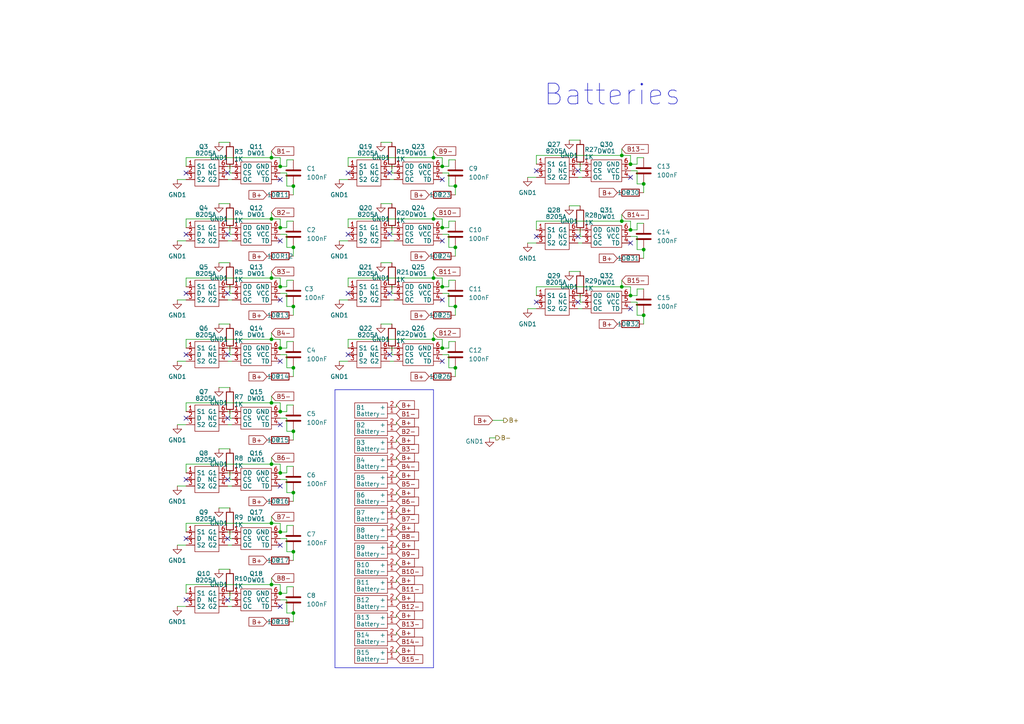
<source format=kicad_sch>
(kicad_sch (version 20230121) (generator eeschema)
  (paper "A4")
  (lib_symbols
    (symbol "Device:C" (pin_numbers hide) (pin_names (offset 0.254))
      (property "Reference" "C" (at 0.635 2.54 0))
      (property "Value" "C" (at 0.635 -2.54 0))
      (symbol "C_1_1"
        (pin passive line (at 0 3.81 270) (length 2.794) (name "~") (number "1"))
        (pin passive line (at 0 -3.81 90) (length 2.794) (name "~") (number "2"))
      )
    )
    (symbol "Device:R" (pin_numbers hide) (pin_names (offset 0))
      (property "Reference" "R" (at 2.032 0 90))
      (property "Value" "R" (at 0 0 90))
      (symbol "R_1_1"
        (pin passive line (at 0 3.81 270) (length 1.27) (name "~") (number "1"))
        (pin passive line (at 0 -3.81 90) (length 1.27) (name "~") (number "2"))
      )
    )
    (symbol "Library:8205A"
      (property "Reference" "Q" (at 3.175 2.54 0))
      (property "Value" "8205A" (at 3.175 0.635 0))
      (symbol "8205A_1_1"
        (pin bidirectional line (at -2.54 -1.905 0) (length 2.54) (name "S1") (number "1"))
        (pin bidirectional line (at -2.54 -3.81 0) (length 2.54) (name "D") (number "2"))
        (pin bidirectional line (at -2.54 -5.715 0) (length 2.54) (name "S2") (number "3"))
        (pin bidirectional line (at 9.525 -5.715 180) (length 2.54) (name "G2") (number "4"))
        (pin bidirectional line (at 9.525 -3.81 180) (length 2.54) (name "NC") (number "5"))
        (pin bidirectional line (at 9.525 -1.905 180) (length 2.54) (name "G1") (number "6"))
      )
    )
    (symbol "Library:Battery"
      (property "Reference" "U" (at -4.445 -0.635 0))
      (property "Value" "Battery" (at -1.905 -2.54 0))
      (symbol "Battery_1_1"
        (pin power_out line (at 6.35 -2.54 180) (length 2.54) (name "-") (number "1"))
        (pin power_out line (at 6.35 -0.635 180) (length 2.54) (name "+") (number "2"))
      )
    )
    (symbol "Library:DW01"
      (property "Reference" "Q" (at 3.175 3.175 0))
      (property "Value" "DW01" (at 3.175 1.27 0))
      (symbol "DW01_1_1"
        (pin power_out line (at -3.81 -1.27 0) (length 2.54) (name "OD") (number "1"))
        (pin power_out line (at -3.81 -3.175 0) (length 2.54) (name "CS") (number "2"))
        (pin power_out line (at -3.81 -5.08 0) (length 2.54) (name "OC") (number "3"))
        (pin power_out line (at 10.16 -5.08 180) (length 2.54) (name "TD") (number "4"))
        (pin power_out line (at 10.16 -3.175 180) (length 2.54) (name "VCC") (number "5"))
        (pin power_out line (at 10.16 -1.27 180) (length 2.54) (name "GND") (number "6"))
      )
    )
    (symbol "power:GND1" (power) (pin_names (offset 0))
      (property "Value" "GND1" (at 0 -3.81 0))
      (symbol "GND1_1_1"
        (pin power_in line (at 0 0 270) (length 0) hide (name "GND1") (number "1"))
      )
    )
  )
  (junction (at 182.88 47.625))
  (junction (at 180.34 64.135))
  (junction (at 78.74 134.62))
  (junction (at 132.08 88.9))
  (junction (at 125.73 80.645))
  (junction (at 85.09 125.095))
  (junction (at 186.69 91.44))
  (junction (at 128.27 83.185))
  (junction (at 85.09 177.8))
  (junction (at 132.08 71.755))
  (junction (at 128.27 48.26))
  (junction (at 132.08 106.68))
  (junction (at 128.27 100.965))
  (junction (at 128.27 66.04))
  (junction (at 78.74 98.425))
  (junction (at 132.08 53.975))
  (junction (at 180.34 45.085))
  (junction (at 81.28 119.38))
  (junction (at 81.28 48.26))
  (junction (at 78.74 63.5))
  (junction (at 78.74 45.72))
  (junction (at 180.34 83.185))
  (junction (at 78.74 80.645))
  (junction (at 81.28 154.305))
  (junction (at 125.73 45.72))
  (junction (at 85.09 53.975))
  (junction (at 85.09 71.755))
  (junction (at 186.69 72.39))
  (junction (at 85.09 142.875))
  (junction (at 78.74 151.765))
  (junction (at 85.09 106.68))
  (junction (at 182.88 66.675))
  (junction (at 81.28 137.16))
  (junction (at 186.69 53.34))
  (junction (at 182.88 85.725))
  (junction (at 125.73 98.425))
  (junction (at 78.74 169.545))
  (junction (at 81.28 83.185))
  (junction (at 81.28 100.965))
  (junction (at 85.09 88.9))
  (junction (at 81.28 172.085))
  (junction (at 125.73 63.5))
  (junction (at 78.74 116.84))
  (junction (at 81.28 66.04))
  (junction (at 85.09 160.02))
  (no_connect (at 53.975 173.99))
  (no_connect (at 53.975 85.09))
  (no_connect (at 100.965 102.87))
  (no_connect (at 182.88 70.485))
  (no_connect (at 155.575 49.53))
  (no_connect (at 128.27 52.07))
  (no_connect (at 113.03 85.09))
  (no_connect (at 53.975 50.165))
  (no_connect (at 81.28 140.97))
  (no_connect (at 66.04 50.165))
  (no_connect (at 113.03 67.945))
  (no_connect (at 81.28 52.07))
  (no_connect (at 81.28 104.775))
  (no_connect (at 113.03 50.165))
  (no_connect (at 53.975 139.065))
  (no_connect (at 81.28 69.85))
  (no_connect (at 128.27 104.775))
  (no_connect (at 100.965 85.09))
  (no_connect (at 113.03 102.87))
  (no_connect (at 66.04 173.99))
  (no_connect (at 53.975 156.21))
  (no_connect (at 81.28 123.19))
  (no_connect (at 66.04 121.285))
  (no_connect (at 167.64 68.58))
  (no_connect (at 182.88 51.435))
  (no_connect (at 66.04 85.09))
  (no_connect (at 182.88 89.535))
  (no_connect (at 100.965 50.165))
  (no_connect (at 81.28 175.895))
  (no_connect (at 53.975 121.285))
  (no_connect (at 167.64 49.53))
  (no_connect (at 53.975 102.87))
  (no_connect (at 128.27 86.995))
  (no_connect (at 53.975 67.945))
  (no_connect (at 66.04 67.945))
  (no_connect (at 155.575 68.58))
  (no_connect (at 81.28 158.115))
  (no_connect (at 155.575 87.63))
  (no_connect (at 66.04 156.21))
  (no_connect (at 66.04 102.87))
  (no_connect (at 66.04 139.065))
  (no_connect (at 81.28 86.995))
  (no_connect (at 128.27 69.85))
  (no_connect (at 167.64 87.63))
  (no_connect (at 100.965 67.945))
  (wire (pts (xy 81.28 137.16) (xy 81.28 134.62)))
  (wire (pts (xy 83.185 125.095) (xy 85.09 125.095)))
  (wire (pts (xy 110.49 93.98) (xy 113.665 93.98)))
  (wire (pts (xy 81.28 121.285) (xy 83.185 121.285)))
  (wire (pts (xy 83.185 46.355) (xy 85.09 46.355)))
  (wire (pts (xy 81.28 134.62) (xy 78.74 134.62)))
  (wire (pts (xy 83.185 48.26) (xy 83.185 46.355)))
  (wire (pts (xy 51.435 69.85) (xy 53.975 69.85)))
  (wire (pts (xy 182.88 66.675) (xy 184.785 66.675)))
  (wire (pts (xy 155.575 83.185) (xy 155.575 85.725)))
  (wire (pts (xy 125.73 45.72) (xy 100.965 45.72)))
  (wire (pts (xy 125.73 98.425) (xy 100.965 98.425)))
  (wire (pts (xy 128.27 83.185) (xy 130.175 83.185)))
  (wire (pts (xy 83.185 117.475) (xy 85.09 117.475)))
  (wire (pts (xy 66.675 156.21) (xy 66.675 154.94)))
  (wire (pts (xy 66.04 172.085) (xy 67.31 172.085)))
  (wire (pts (xy 83.185 85.09) (xy 83.185 88.9)))
  (wire (pts (xy 66.675 50.165) (xy 66.675 48.895)))
  (wire (pts (xy 83.185 135.255) (xy 85.09 135.255)))
  (wire (pts (xy 83.185 53.975) (xy 85.09 53.975)))
  (wire (pts (xy 182.88 85.725) (xy 184.785 85.725)))
  (wire (pts (xy 128.27 80.645) (xy 125.73 80.645)))
  (wire (pts (xy 182.88 85.725) (xy 182.88 83.185)))
  (wire (pts (xy 53.975 151.765) (xy 53.975 154.305)))
  (wire (pts (xy 128.27 85.09) (xy 130.175 85.09)))
  (wire (pts (xy 83.185 100.965) (xy 83.185 99.06)))
  (wire (pts (xy 184.785 49.53) (xy 184.785 53.34)))
  (wire (pts (xy 167.64 85.725) (xy 168.91 85.725)))
  (wire (pts (xy 184.785 83.82) (xy 186.69 83.82)))
  (wire (pts (xy 53.975 134.62) (xy 53.975 137.16)))
  (wire (pts (xy 67.31 156.21) (xy 66.675 156.21)))
  (wire (pts (xy 81.28 45.72) (xy 78.74 45.72)))
  (wire (pts (xy 67.31 67.945) (xy 66.675 67.945)))
  (wire (pts (xy 114.935 137.795) (xy 114.935 138.43)))
  (wire (pts (xy 78.74 114.935) (xy 78.74 116.84)))
  (wire (pts (xy 113.665 102.87) (xy 113.665 101.6)))
  (wire (pts (xy 85.09 177.8) (xy 85.09 180.34)))
  (wire (pts (xy 186.69 53.34) (xy 186.69 55.88)))
  (wire (pts (xy 81.28 154.305) (xy 81.28 151.765)))
  (wire (pts (xy 78.74 78.74) (xy 78.74 80.645)))
  (wire (pts (xy 114.935 173.355) (xy 114.935 173.99)))
  (wire (pts (xy 180.34 83.185) (xy 155.575 83.185)))
  (wire (pts (xy 63.5 93.98) (xy 66.675 93.98)))
  (wire (pts (xy 78.74 134.62) (xy 53.975 134.62)))
  (wire (pts (xy 128.27 48.26) (xy 130.175 48.26)))
  (wire (pts (xy 66.04 66.04) (xy 67.31 66.04)))
  (wire (pts (xy 78.74 80.645) (xy 53.975 80.645)))
  (wire (pts (xy 184.785 53.34) (xy 186.69 53.34)))
  (wire (pts (xy 153.035 70.485) (xy 155.575 70.485)))
  (wire (pts (xy 51.435 86.995) (xy 53.975 86.995)))
  (wire (pts (xy 63.5 165.1) (xy 66.675 165.1)))
  (wire (pts (xy 83.185 173.99) (xy 83.185 177.8)))
  (wire (pts (xy 81.28 139.065) (xy 83.185 139.065)))
  (wire (pts (xy 167.64 70.485) (xy 168.91 70.485)))
  (wire (pts (xy 130.175 48.26) (xy 130.175 46.355)))
  (wire (pts (xy 168.91 49.53) (xy 168.275 49.53)))
  (wire (pts (xy 81.28 119.38) (xy 81.28 116.84)))
  (wire (pts (xy 66.04 119.38) (xy 67.31 119.38)))
  (wire (pts (xy 128.27 45.72) (xy 125.73 45.72)))
  (wire (pts (xy 167.64 66.675) (xy 168.91 66.675)))
  (wire (pts (xy 85.09 88.9) (xy 85.09 91.44)))
  (wire (pts (xy 78.74 43.815) (xy 78.74 45.72)))
  (wire (pts (xy 78.74 151.765) (xy 53.975 151.765)))
  (wire (pts (xy 85.09 106.68) (xy 85.09 109.22)))
  (wire (pts (xy 67.31 173.99) (xy 66.675 173.99)))
  (wire (pts (xy 81.28 48.26) (xy 81.28 45.72)))
  (wire (pts (xy 114.935 163.195) (xy 114.935 163.83)))
  (wire (pts (xy 78.74 169.545) (xy 53.975 169.545)))
  (wire (pts (xy 66.04 48.26) (xy 67.31 48.26)))
  (wire (pts (xy 182.88 68.58) (xy 184.785 68.58)))
  (wire (pts (xy 83.185 170.18) (xy 85.09 170.18)))
  (wire (pts (xy 67.31 85.09) (xy 66.675 85.09)))
  (wire (pts (xy 83.185 142.875) (xy 85.09 142.875)))
  (wire (pts (xy 153.035 89.535) (xy 155.575 89.535)))
  (wire (pts (xy 83.185 172.085) (xy 83.185 170.18)))
  (wire (pts (xy 165.1 40.64) (xy 168.275 40.64)))
  (wire (pts (xy 130.175 53.975) (xy 132.08 53.975)))
  (wire (pts (xy 51.435 52.07) (xy 53.975 52.07)))
  (wire (pts (xy 168.275 87.63) (xy 168.275 86.36)))
  (wire (pts (xy 143.764 127) (xy 141.986 127)))
  (polyline (pts (xy 125.73 113.03) (xy 125.73 193.675)))
  (wire (pts (xy 83.185 137.16) (xy 83.185 135.255)))
  (wire (pts (xy 132.08 88.9) (xy 132.08 91.44)))
  (wire (pts (xy 184.785 66.675) (xy 184.785 64.77)))
  (wire (pts (xy 66.04 83.185) (xy 67.31 83.185)))
  (wire (pts (xy 83.185 88.9) (xy 85.09 88.9)))
  (wire (pts (xy 85.09 53.975) (xy 85.09 56.515)))
  (wire (pts (xy 130.175 50.165) (xy 130.175 53.975)))
  (wire (pts (xy 67.31 139.065) (xy 66.675 139.065)))
  (wire (pts (xy 78.74 132.715) (xy 78.74 134.62)))
  (wire (pts (xy 66.04 69.85) (xy 67.31 69.85)))
  (wire (pts (xy 81.28 48.26) (xy 83.185 48.26)))
  (wire (pts (xy 113.665 67.945) (xy 113.665 66.675)))
  (wire (pts (xy 53.975 98.425) (xy 53.975 100.965)))
  (wire (pts (xy 184.785 85.725) (xy 184.785 83.82)))
  (wire (pts (xy 81.28 151.765) (xy 78.74 151.765)))
  (wire (pts (xy 83.185 177.8) (xy 85.09 177.8)))
  (wire (pts (xy 113.665 50.165) (xy 113.665 48.895)))
  (wire (pts (xy 114.935 178.435) (xy 114.935 179.07)))
  (wire (pts (xy 184.785 47.625) (xy 184.785 45.72)))
  (wire (pts (xy 67.31 102.87) (xy 66.675 102.87)))
  (wire (pts (xy 130.175 99.06) (xy 132.08 99.06)))
  (wire (pts (xy 114.935 188.595) (xy 114.935 189.23)))
  (wire (pts (xy 81.28 173.99) (xy 83.185 173.99)))
  (wire (pts (xy 128.27 66.04) (xy 130.175 66.04)))
  (wire (pts (xy 63.5 59.055) (xy 66.675 59.055)))
  (wire (pts (xy 83.185 152.4) (xy 85.09 152.4)))
  (wire (pts (xy 114.935 147.955) (xy 114.935 148.59)))
  (wire (pts (xy 81.28 154.305) (xy 83.185 154.305)))
  (wire (pts (xy 81.28 63.5) (xy 78.74 63.5)))
  (wire (pts (xy 167.64 51.435) (xy 168.91 51.435)))
  (wire (pts (xy 83.185 139.065) (xy 83.185 142.875)))
  (wire (pts (xy 182.88 47.625) (xy 184.785 47.625)))
  (wire (pts (xy 81.28 98.425) (xy 78.74 98.425)))
  (wire (pts (xy 81.28 66.04) (xy 83.185 66.04)))
  (wire (pts (xy 83.185 99.06) (xy 85.09 99.06)))
  (wire (pts (xy 66.04 158.115) (xy 67.31 158.115)))
  (wire (pts (xy 63.5 112.395) (xy 66.675 112.395)))
  (wire (pts (xy 98.425 86.995) (xy 100.965 86.995)))
  (wire (pts (xy 130.175 100.965) (xy 130.175 99.06)))
  (wire (pts (xy 114.3 102.87) (xy 113.665 102.87)))
  (wire (pts (xy 100.965 45.72) (xy 100.965 48.26)))
  (wire (pts (xy 182.88 64.135) (xy 180.34 64.135)))
  (wire (pts (xy 83.185 160.02) (xy 85.09 160.02)))
  (wire (pts (xy 110.49 76.2) (xy 113.665 76.2)))
  (wire (pts (xy 113.03 83.185) (xy 114.3 83.185)))
  (wire (pts (xy 66.04 137.16) (xy 67.31 137.16)))
  (wire (pts (xy 153.035 51.435) (xy 155.575 51.435)))
  (wire (pts (xy 98.425 52.07) (xy 100.965 52.07)))
  (wire (pts (xy 113.03 100.965) (xy 114.3 100.965)))
  (wire (pts (xy 51.435 104.775) (xy 53.975 104.775)))
  (wire (pts (xy 184.785 45.72) (xy 186.69 45.72)))
  (wire (pts (xy 155.575 64.135) (xy 155.575 66.675)))
  (wire (pts (xy 128.27 48.26) (xy 128.27 45.72)))
  (wire (pts (xy 66.04 123.19) (xy 67.31 123.19)))
  (wire (pts (xy 81.28 66.04) (xy 81.28 63.5)))
  (wire (pts (xy 184.785 72.39) (xy 186.69 72.39)))
  (wire (pts (xy 113.03 86.995) (xy 114.3 86.995)))
  (wire (pts (xy 100.965 80.645) (xy 100.965 83.185)))
  (wire (pts (xy 66.04 154.305) (xy 67.31 154.305)))
  (wire (pts (xy 53.975 45.72) (xy 53.975 48.26)))
  (wire (pts (xy 78.74 116.84) (xy 53.975 116.84)))
  (wire (pts (xy 83.185 106.68) (xy 85.09 106.68)))
  (wire (pts (xy 53.975 80.645) (xy 53.975 83.185)))
  (wire (pts (xy 66.04 104.775) (xy 67.31 104.775)))
  (wire (pts (xy 114.935 127.635) (xy 114.935 128.27)))
  (wire (pts (xy 53.975 63.5) (xy 53.975 66.04)))
  (wire (pts (xy 81.28 80.645) (xy 78.74 80.645)))
  (wire (pts (xy 114.3 85.09) (xy 113.665 85.09)))
  (wire (pts (xy 130.175 64.135) (xy 132.08 64.135)))
  (wire (pts (xy 67.31 121.285) (xy 66.675 121.285)))
  (wire (pts (xy 67.31 50.165) (xy 66.675 50.165)))
  (wire (pts (xy 114.935 168.275) (xy 114.935 168.91)))
  (wire (pts (xy 83.185 81.28) (xy 85.09 81.28)))
  (wire (pts (xy 128.27 98.425) (xy 125.73 98.425)))
  (wire (pts (xy 78.74 96.52) (xy 78.74 98.425)))
  (wire (pts (xy 114.935 122.555) (xy 114.935 123.19)))
  (wire (pts (xy 130.175 46.355) (xy 132.08 46.355)))
  (wire (pts (xy 110.49 59.055) (xy 113.665 59.055)))
  (wire (pts (xy 113.03 69.85) (xy 114.3 69.85)))
  (wire (pts (xy 51.435 123.19) (xy 53.975 123.19)))
  (wire (pts (xy 81.28 100.965) (xy 83.185 100.965)))
  (wire (pts (xy 81.28 85.09) (xy 83.185 85.09)))
  (wire (pts (xy 81.28 156.21) (xy 83.185 156.21)))
  (wire (pts (xy 81.28 137.16) (xy 83.185 137.16)))
  (wire (pts (xy 132.08 53.975) (xy 132.08 56.515)))
  (wire (pts (xy 165.1 59.69) (xy 168.275 59.69)))
  (wire (pts (xy 130.175 85.09) (xy 130.175 88.9)))
  (wire (pts (xy 66.04 100.965) (xy 67.31 100.965)))
  (wire (pts (xy 66.04 86.995) (xy 67.31 86.995)))
  (wire (pts (xy 167.64 47.625) (xy 168.91 47.625)))
  (wire (pts (xy 98.425 104.775) (xy 100.965 104.775)))
  (wire (pts (xy 182.88 47.625) (xy 182.88 45.085)))
  (wire (pts (xy 130.175 83.185) (xy 130.175 81.28)))
  (wire (pts (xy 114.935 132.715) (xy 114.935 133.35)))
  (wire (pts (xy 168.91 68.58) (xy 168.275 68.58)))
  (wire (pts (xy 83.185 66.04) (xy 83.185 64.135)))
  (wire (pts (xy 78.74 149.86) (xy 78.74 151.765)))
  (wire (pts (xy 83.185 154.305) (xy 83.185 152.4)))
  (wire (pts (xy 110.49 41.275) (xy 113.665 41.275)))
  (wire (pts (xy 81.28 100.965) (xy 81.28 98.425)))
  (wire (pts (xy 83.185 102.87) (xy 83.185 106.68)))
  (wire (pts (xy 182.88 45.085) (xy 180.34 45.085)))
  (wire (pts (xy 83.185 119.38) (xy 83.185 117.475)))
  (wire (pts (xy 125.73 43.815) (xy 125.73 45.72)))
  (wire (pts (xy 130.175 106.68) (xy 132.08 106.68)))
  (wire (pts (xy 83.185 71.755) (xy 85.09 71.755)))
  (wire (pts (xy 81.28 102.87) (xy 83.185 102.87)))
  (wire (pts (xy 130.175 102.87) (xy 130.175 106.68)))
  (wire (pts (xy 114.935 153.035) (xy 114.935 153.67)))
  (polyline (pts (xy 97.155 113.03) (xy 125.73 113.03)))
  (wire (pts (xy 130.175 67.945) (xy 130.175 71.755)))
  (wire (pts (xy 182.88 49.53) (xy 184.785 49.53)))
  (wire (pts (xy 182.88 87.63) (xy 184.785 87.63)))
  (wire (pts (xy 128.27 50.165) (xy 130.175 50.165)))
  (wire (pts (xy 128.27 66.04) (xy 128.27 63.5)))
  (wire (pts (xy 125.73 61.595) (xy 125.73 63.5)))
  (wire (pts (xy 53.975 169.545) (xy 53.975 172.085)))
  (wire (pts (xy 83.185 50.165) (xy 83.185 53.975)))
  (wire (pts (xy 125.73 96.52) (xy 125.73 98.425)))
  (wire (pts (xy 100.965 63.5) (xy 100.965 66.04)))
  (wire (pts (xy 168.275 68.58) (xy 168.275 67.31)))
  (wire (pts (xy 132.08 71.755) (xy 132.08 74.295)))
  (wire (pts (xy 128.27 100.965) (xy 128.27 98.425)))
  (polyline (pts (xy 97.155 113.03) (xy 97.155 193.675)))
  (wire (pts (xy 81.28 169.545) (xy 78.74 169.545)))
  (wire (pts (xy 51.435 158.115) (xy 53.975 158.115)))
  (wire (pts (xy 155.575 45.085) (xy 155.575 47.625)))
  (wire (pts (xy 83.185 156.21) (xy 83.185 160.02)))
  (wire (pts (xy 128.27 83.185) (xy 128.27 80.645)))
  (wire (pts (xy 81.28 83.185) (xy 81.28 80.645)))
  (wire (pts (xy 184.785 91.44) (xy 186.69 91.44)))
  (wire (pts (xy 114.935 117.475) (xy 114.935 118.11)))
  (polyline (pts (xy 125.73 193.675) (xy 97.155 193.675)))
  (wire (pts (xy 81.28 116.84) (xy 78.74 116.84)))
  (wire (pts (xy 142.875 121.92) (xy 146.05 121.92)))
  (wire (pts (xy 98.425 69.85) (xy 100.965 69.85)))
  (wire (pts (xy 184.785 68.58) (xy 184.785 72.39)))
  (wire (pts (xy 113.03 52.07) (xy 114.3 52.07)))
  (wire (pts (xy 66.04 52.07) (xy 67.31 52.07)))
  (wire (pts (xy 113.03 48.26) (xy 114.3 48.26)))
  (wire (pts (xy 114.935 142.875) (xy 114.935 143.51)))
  (wire (pts (xy 130.175 88.9) (xy 132.08 88.9)))
  (wire (pts (xy 85.09 142.875) (xy 85.09 145.415)))
  (wire (pts (xy 83.185 121.285) (xy 83.185 125.095)))
  (wire (pts (xy 180.34 64.135) (xy 155.575 64.135)))
  (wire (pts (xy 85.09 71.755) (xy 85.09 74.295)))
  (wire (pts (xy 113.03 104.775) (xy 114.3 104.775)))
  (wire (pts (xy 81.28 83.185) (xy 83.185 83.185)))
  (wire (pts (xy 83.185 83.185) (xy 83.185 81.28)))
  (wire (pts (xy 125.73 78.74) (xy 125.73 80.645)))
  (wire (pts (xy 81.28 119.38) (xy 83.185 119.38)))
  (wire (pts (xy 66.04 175.895) (xy 67.31 175.895)))
  (wire (pts (xy 51.435 175.895) (xy 53.975 175.895)))
  (wire (pts (xy 53.975 116.84) (xy 53.975 119.38)))
  (wire (pts (xy 81.28 172.085) (xy 83.185 172.085)))
  (wire (pts (xy 182.88 66.675) (xy 182.88 64.135)))
  (wire (pts (xy 81.28 172.085) (xy 81.28 169.545)))
  (wire (pts (xy 81.28 50.165) (xy 83.185 50.165)))
  (wire (pts (xy 182.88 83.185) (xy 180.34 83.185)))
  (wire (pts (xy 128.27 100.965) (xy 130.175 100.965)))
  (wire (pts (xy 78.74 61.595) (xy 78.74 63.5)))
  (wire (pts (xy 128.27 63.5) (xy 125.73 63.5)))
  (wire (pts (xy 128.27 102.87) (xy 130.175 102.87)))
  (wire (pts (xy 168.91 87.63) (xy 168.275 87.63)))
  (wire (pts (xy 180.34 81.28) (xy 180.34 83.185)))
  (wire (pts (xy 180.34 43.18) (xy 180.34 45.085)))
  (wire (pts (xy 100.965 98.425) (xy 100.965 100.965)))
  (wire (pts (xy 78.74 98.425) (xy 53.975 98.425)))
  (wire (pts (xy 66.675 67.945) (xy 66.675 66.675)))
  (wire (pts (xy 51.435 140.97) (xy 53.975 140.97)))
  (wire (pts (xy 66.675 85.09) (xy 66.675 83.82)))
  (wire (pts (xy 113.665 85.09) (xy 113.665 83.82)))
  (wire (pts (xy 130.175 71.755) (xy 132.08 71.755)))
  (wire (pts (xy 186.69 72.39) (xy 186.69 74.93)))
  (wire (pts (xy 184.785 87.63) (xy 184.785 91.44)))
  (wire (pts (xy 63.5 147.32) (xy 66.675 147.32)))
  (wire (pts (xy 83.185 67.945) (xy 83.185 71.755)))
  (wire (pts (xy 66.675 102.87) (xy 66.675 101.6)))
  (wire (pts (xy 113.03 66.04) (xy 114.3 66.04)))
  (wire (pts (xy 180.34 45.085) (xy 155.575 45.085)))
  (wire (pts (xy 114.935 158.115) (xy 114.935 158.75)))
  (wire (pts (xy 66.04 140.97) (xy 67.31 140.97)))
  (wire (pts (xy 180.34 62.23) (xy 180.34 64.135)))
  (wire (pts (xy 85.09 160.02) (xy 85.09 162.56)))
  (wire (pts (xy 114.935 183.515) (xy 114.935 184.15)))
  (wire (pts (xy 63.5 76.2) (xy 66.675 76.2)))
  (wire (pts (xy 85.09 125.095) (xy 85.09 127.635)))
  (wire (pts (xy 184.785 64.77) (xy 186.69 64.77)))
  (wire (pts (xy 78.74 167.64) (xy 78.74 169.545)))
  (wire (pts (xy 168.275 49.53) (xy 168.275 48.26)))
  (wire (pts (xy 114.3 50.165) (xy 113.665 50.165)))
  (wire (pts (xy 78.74 63.5) (xy 53.975 63.5)))
  (wire (pts (xy 114.3 67.945) (xy 113.665 67.945)))
  (wire (pts (xy 165.1 78.74) (xy 168.275 78.74)))
  (wire (pts (xy 132.08 106.68) (xy 132.08 109.22)))
  (wire (pts (xy 66.675 173.99) (xy 66.675 172.72)))
  (wire (pts (xy 81.28 67.945) (xy 83.185 67.945)))
  (wire (pts (xy 66.675 121.285) (xy 66.675 120.015)))
  (wire (pts (xy 128.27 67.945) (xy 130.175 67.945)))
  (wire (pts (xy 130.175 66.04) (xy 130.175 64.135)))
  (wire (pts (xy 125.73 80.645) (xy 100.965 80.645)))
  (wire (pts (xy 78.74 45.72) (xy 53.975 45.72)))
  (wire (pts (xy 186.69 91.44) (xy 186.69 93.98)))
  (wire (pts (xy 83.185 64.135) (xy 85.09 64.135)))
  (wire (pts (xy 66.675 139.065) (xy 66.675 137.795)))
  (wire (pts (xy 130.175 81.28) (xy 132.08 81.28)))
  (wire (pts (xy 63.5 41.275) (xy 66.675 41.275)))
  (wire (pts (xy 63.5 130.175) (xy 66.675 130.175)))
  (wire (pts (xy 167.64 89.535) (xy 168.91 89.535)))
  (wire (pts (xy 125.73 63.5) (xy 100.965 63.5)))
  (text "Batteries\n" (at 157.48 31.115 0) (effects (font (size 6 6)) (justify left bottom)))
  (global_label "B+" (shape input) (at 114.935 178.435 0) (property "Intersheetrefs" "${INTERSHEET_REFS}" (effects hide)))
  (global_label "B6-" (shape input) (at 78.74 132.715 0) (property "Intersheetrefs" "${INTERSHEET_REFS}" (effects hide)))
  (global_label "B10-" (shape input) (at 125.73 61.595 0) (property "Intersheetrefs" "${INTERSHEET_REFS}" (effects hide)))
  (global_label "B7-" (shape input) (at 114.935 150.495 0) (property "Intersheetrefs" "${INTERSHEET_REFS}" (effects hide)))
  (global_label "B+" (shape input) (at 124.46 56.515 180) (property "Intersheetrefs" "${INTERSHEET_REFS}" (effects hide)))
  (global_label "B7-" (shape input) (at 78.74 149.86 0) (property "Intersheetrefs" "${INTERSHEET_REFS}" (effects hide)))
  (global_label "B+" (shape input) (at 114.935 173.355 0) (property "Intersheetrefs" "${INTERSHEET_REFS}" (effects hide)))
  (global_label "B+" (shape input) (at 114.935 183.515 0) (property "Intersheetrefs" "${INTERSHEET_REFS}" (effects hide)))
  (global_label "B+" (shape input) (at 77.47 127.635 180) (property "Intersheetrefs" "${INTERSHEET_REFS}" (effects hide)))
  (global_label "B1-" (shape input) (at 114.935 120.015 0) (property "Intersheetrefs" "${INTERSHEET_REFS}" (effects hide)))
  (global_label "B2-" (shape input) (at 78.74 61.595 0) (property "Intersheetrefs" "${INTERSHEET_REFS}" (effects hide)))
  (global_label "B8-" (shape input) (at 114.935 155.575 0) (property "Intersheetrefs" "${INTERSHEET_REFS}" (effects hide)))
  (global_label "B4-" (shape input) (at 78.74 96.52 0) (property "Intersheetrefs" "${INTERSHEET_REFS}" (effects hide)))
  (global_label "B9-" (shape input) (at 125.73 43.815 0) (property "Intersheetrefs" "${INTERSHEET_REFS}" (effects hide)))
  (global_label "B5-" (shape input) (at 78.74 114.935 0) (property "Intersheetrefs" "${INTERSHEET_REFS}" (effects hide)))
  (global_label "B3-" (shape input) (at 78.74 78.74 0) (property "Intersheetrefs" "${INTERSHEET_REFS}" (effects hide)))
  (global_label "B+" (shape input) (at 114.935 132.715 0) (property "Intersheetrefs" "${INTERSHEET_REFS}" (effects hide)))
  (global_label "B+" (shape input) (at 77.47 91.44 180) (property "Intersheetrefs" "${INTERSHEET_REFS}" (effects hide)))
  (global_label "B6-" (shape input) (at 114.935 145.415 0) (property "Intersheetrefs" "${INTERSHEET_REFS}" (effects hide)))
  (global_label "B+" (shape input) (at 114.935 168.275 0) (property "Intersheetrefs" "${INTERSHEET_REFS}" (effects hide)))
  (global_label "B4-" (shape input) (at 114.935 135.255 0) (property "Intersheetrefs" "${INTERSHEET_REFS}" (effects hide)))
  (global_label "B12-" (shape input) (at 125.73 96.52 0) (property "Intersheetrefs" "${INTERSHEET_REFS}" (effects hide)))
  (global_label "B+" (shape input) (at 114.935 117.475 0) (property "Intersheetrefs" "${INTERSHEET_REFS}" (effects hide)))
  (global_label "B2-" (shape input) (at 114.935 125.095 0) (property "Intersheetrefs" "${INTERSHEET_REFS}" (effects hide)))
  (global_label "B+" (shape input) (at 77.47 56.515 180) (property "Intersheetrefs" "${INTERSHEET_REFS}" (effects hide)))
  (global_label "B+" (shape input) (at 114.935 158.115 0) (property "Intersheetrefs" "${INTERSHEET_REFS}" (effects hide)))
  (global_label "B+" (shape input) (at 114.935 122.555 0) (property "Intersheetrefs" "${INTERSHEET_REFS}" (effects hide)))
  (global_label "B12-" (shape input) (at 114.935 175.895 0) (property "Intersheetrefs" "${INTERSHEET_REFS}" (effects hide)))
  (global_label "B1-" (shape input) (at 78.74 43.815 0) (property "Intersheetrefs" "${INTERSHEET_REFS}" (effects hide)))
  (global_label "B13-" (shape input) (at 114.935 180.975 0) (property "Intersheetrefs" "${INTERSHEET_REFS}" (effects hide)))
  (global_label "B+" (shape input) (at 114.935 127.635 0) (property "Intersheetrefs" "${INTERSHEET_REFS}" (effects hide)))
  (global_label "B13-" (shape input) (at 180.34 43.18 0) (property "Intersheetrefs" "${INTERSHEET_REFS}" (effects hide)))
  (global_label "B3-" (shape input) (at 114.935 130.175 0) (property "Intersheetrefs" "${INTERSHEET_REFS}" (effects hide)))
  (global_label "B+" (shape input) (at 124.46 74.295 180) (property "Intersheetrefs" "${INTERSHEET_REFS}" (effects hide)))
  (global_label "B10-" (shape input) (at 114.935 165.735 0) (property "Intersheetrefs" "${INTERSHEET_REFS}" (effects hide)))
  (global_label "B11-" (shape input) (at 114.935 170.815 0) (property "Intersheetrefs" "${INTERSHEET_REFS}" (effects hide)))
  (global_label "B+" (shape input) (at 114.935 147.955 0) (property "Intersheetrefs" "${INTERSHEET_REFS}" (effects hide)))
  (global_label "B14-" (shape input) (at 180.34 62.23 0) (property "Intersheetrefs" "${INTERSHEET_REFS}" (effects hide)))
  (global_label "B+" (shape input) (at 77.47 74.295 180) (property "Intersheetrefs" "${INTERSHEET_REFS}" (effects hide)))
  (global_label "B+" (shape input) (at 77.47 162.56 180) (property "Intersheetrefs" "${INTERSHEET_REFS}" (effects hide)))
  (global_label "B14-" (shape input) (at 114.935 186.055 0) (property "Intersheetrefs" "${INTERSHEET_REFS}" (effects hide)))
  (global_label "B15-" (shape input) (at 180.34 81.28 0) (property "Intersheetrefs" "${INTERSHEET_REFS}" (effects hide)))
  (global_label "B+" (shape input) (at 77.47 109.22 180) (property "Intersheetrefs" "${INTERSHEET_REFS}" (effects hide)))
  (global_label "B5-" (shape input) (at 114.935 140.335 0) (property "Intersheetrefs" "${INTERSHEET_REFS}" (effects hide)))
  (global_label "B+" (shape input) (at 124.46 109.22 180) (property "Intersheetrefs" "${INTERSHEET_REFS}" (effects hide)))
  (global_label "B+" (shape input) (at 114.935 137.795 0) (property "Intersheetrefs" "${INTERSHEET_REFS}" (effects hide)))
  (global_label "B+" (shape input) (at 77.47 145.415 180) (property "Intersheetrefs" "${INTERSHEET_REFS}" (effects hide)))
  (global_label "B+" (shape input) (at 142.875 121.92 180) (property "Intersheetrefs" "${INTERSHEET_REFS}" (effects hide)))
  (global_label "B15-" (shape input) (at 114.935 191.135 0) (property "Intersheetrefs" "${INTERSHEET_REFS}" (effects hide)))
  (global_label "B+" (shape input) (at 114.935 163.195 0) (property "Intersheetrefs" "${INTERSHEET_REFS}" (effects hide)))
  (global_label "B+" (shape input) (at 114.935 153.035 0) (property "Intersheetrefs" "${INTERSHEET_REFS}" (effects hide)))
  (global_label "B+" (shape input) (at 179.07 93.98 180) (property "Intersheetrefs" "${INTERSHEET_REFS}" (effects hide)))
  (global_label "B+" (shape input) (at 77.47 180.34 180) (property "Intersheetrefs" "${INTERSHEET_REFS}" (effects hide)))
  (global_label "B8-" (shape input) (at 78.74 167.64 0) (property "Intersheetrefs" "${INTERSHEET_REFS}" (effects hide)))
  (global_label "B+" (shape input) (at 179.07 74.93 180) (property "Intersheetrefs" "${INTERSHEET_REFS}" (effects hide)))
  (global_label "B+" (shape input) (at 179.07 55.88 180) (property "Intersheetrefs" "${INTERSHEET_REFS}" (effects hide)))
  (global_label "B+" (shape input) (at 114.935 142.875 0) (property "Intersheetrefs" "${INTERSHEET_REFS}" (effects hide)))
  (global_label "B9-" (shape input) (at 114.935 160.655 0) (property "Intersheetrefs" "${INTERSHEET_REFS}" (effects hide)))
  (global_label "B+" (shape input) (at 124.46 91.44 180) (property "Intersheetrefs" "${INTERSHEET_REFS}" (effects hide)))
  (global_label "B11-" (shape input) (at 125.73 78.74 0) (property "Intersheetrefs" "${INTERSHEET_REFS}" (effects hide)))
  (global_label "B+" (shape input) (at 114.935 188.595 0) (property "Intersheetrefs" "${INTERSHEET_REFS}" (effects hide)))
  (hierarchical_label "B-" (shape output) (at 143.764 127 0))
  (hierarchical_label "B+" (shape output) (at 146.05 121.92 0))
  (symbol (lib_id "power:GND1") (at 51.435 69.85 0) (unit 1)
    (property "Reference" "#PWR09" (effects hide))
    (property "Value" "GND1" (at 51.435 74.295 0))
  )
  (symbol (lib_id "Library:8205A") (at 158.115 64.77 0) (unit 1)
    (property "Reference" "Q28" (at 160.655 60.96 0))
    (property "Value" "8205A" (at 161.29 62.865 0))
    (property "Footprint" "Library:SOT-23-6-Small" (effects hide))
  )
  (symbol (lib_id "Library:DW01") (at 71.12 64.77 0) (unit 1)
    (property "Reference" "Q12" (at 74.295 60.325 0))
    (property "Value" "DW01" (at 74.295 62.23 0))
    (property "Footprint" "Library:SOT-23-6-Small" (effects hide))
  )
  (symbol (lib_id "Device:R") (at 66.675 116.205 0) (unit 1)
    (property "Reference" "R7" (at 67.9127 115.149 0) (effects (justify left)))
    (property "Value" "1K" (at 67.8721 117.2592 0) (effects (justify left)))
    (property "Footprint" "Resistor_SMD:R_0402_1005Metric" (effects hide))
  )
  (symbol (lib_id "power:GND1") (at 98.425 69.85 0) (unit 1)
    (property "Reference" "#PWR025" (effects hide))
    (property "Value" "GND1" (at 98.425 74.295 0))
  )
  (symbol (lib_id "Library:DW01") (at 71.12 135.89 0) (unit 1)
    (property "Reference" "Q16" (at 74.295 131.445 0))
    (property "Value" "DW01" (at 74.295 133.35 0))
    (property "Footprint" "Library:SOT-23-6-Small" (effects hide))
  )
  (symbol (lib_id "power:GND1") (at 165.1 59.69 0) (unit 1)
    (property "Reference" "#PWR037" (effects hide))
    (property "Value" "GND1" (at 165.1 64.135 0))
  )
  (symbol (lib_id "Library:8205A") (at 56.515 152.4 0) (unit 1)
    (property "Reference" "Q9" (at 59.055 148.59 0))
    (property "Value" "8205A" (at 59.69 150.495 0))
    (property "Footprint" "Library:SOT-23-6-Small" (effects hide))
  )
  (symbol (lib_id "Library:Battery") (at 108.585 142.875 0) (unit 1)
    (property "Reference" "B6" (at 104.5758 143.6054 0))
    (property "Value" "Battery" (at 106.7062 145.4315 0))
    (property "Footprint" "Library:BatteryV2" (effects hide))
  )
  (symbol (lib_id "Device:R") (at 113.665 45.085 0) (unit 1)
    (property "Reference" "R19" (at 114.9027 44.029 0) (effects (justify left)))
    (property "Value" "1K" (at 114.8621 46.1392 0) (effects (justify left)))
    (property "Footprint" "Resistor_SMD:R_0402_1005Metric" (effects hide))
  )
  (symbol (lib_id "Library:8205A") (at 158.115 83.82 0) (unit 1)
    (property "Reference" "Q29" (at 160.655 80.01 0))
    (property "Value" "8205A" (at 161.29 81.915 0))
    (property "Footprint" "Library:SOT-23-6-Small" (effects hide))
  )
  (symbol (lib_id "Library:Battery") (at 108.585 117.475 0) (unit 1)
    (property "Reference" "B1" (at 104.5758 118.2054 0))
    (property "Value" "Battery" (at 106.7062 120.0315 0))
    (property "Footprint" "Library:BatteryV2" (effects hide))
  )
  (symbol (lib_id "Library:8205A") (at 56.515 64.135 0) (unit 1)
    (property "Reference" "Q4" (at 59.055 60.325 0))
    (property "Value" "8205A" (at 59.69 62.23 0))
    (property "Footprint" "Library:SOT-23-6-Small" (effects hide))
  )
  (symbol (lib_id "power:GND1") (at 141.986 127 0) (unit 1)
    (property "Reference" "#PWR032" (effects hide))
    (property "Value" "GND1" (at 135.001 128.016 0) (effects (justify left)))
  )
  (symbol (lib_id "power:GND1") (at 165.1 40.64 0) (unit 1)
    (property "Reference" "#PWR036" (effects hide))
    (property "Value" "GND1" (at 165.1 45.085 0))
  )
  (symbol (lib_id "Device:C") (at 85.09 156.21 180) (unit 1)
    (property "Reference" "C7" (at 88.9 154.9399 0) (effects (justify right)))
    (property "Value" "100nF" (at 88.9 157.4799 0) (effects (justify right)))
    (property "Footprint" "Capacitor_SMD:C_0402_1005Metric" (effects hide))
  )
  (symbol (lib_id "power:GND1") (at 51.435 158.115 0) (unit 1)
    (property "Reference" "#PWR014" (effects hide))
    (property "Value" "GND1" (at 51.435 162.56 0))
  )
  (symbol (lib_id "Library:DW01") (at 71.12 46.99 0) (unit 1)
    (property "Reference" "Q11" (at 74.295 42.545 0))
    (property "Value" "DW01" (at 74.295 44.45 0))
    (property "Footprint" "Library:SOT-23-6-Small" (effects hide))
  )
  (symbol (lib_id "power:GND1") (at 153.035 70.485 0) (unit 1)
    (property "Reference" "#PWR034" (effects hide))
    (property "Value" "GND1" (at 153.035 74.93 0))
  )
  (symbol (lib_id "Library:8205A") (at 56.515 99.06 0) (unit 1)
    (property "Reference" "Q6" (at 59.055 95.25 0))
    (property "Value" "8205A" (at 59.69 97.155 0))
    (property "Footprint" "Library:SOT-23-6-Small" (effects hide))
  )
  (symbol (lib_id "Library:DW01") (at 71.12 81.915 0) (unit 1)
    (property "Reference" "Q13" (at 74.295 77.47 0))
    (property "Value" "DW01" (at 74.295 79.375 0))
    (property "Footprint" "Library:SOT-23-6-Small" (effects hide))
  )
  (symbol (lib_id "power:GND1") (at 51.435 104.775 0) (unit 1)
    (property "Reference" "#PWR011" (effects hide))
    (property "Value" "GND1" (at 51.435 109.22 0))
  )
  (symbol (lib_id "power:GND1") (at 110.49 93.98 0) (unit 1)
    (property "Reference" "#PWR031" (effects hide))
    (property "Value" "GND1" (at 110.49 98.425 0))
  )
  (symbol (lib_id "Device:R") (at 81.28 74.295 90) (unit 1)
    (property "Reference" "R12" (at 85.09 74.295 90) (effects (justify left)))
    (property "Value" "100" (at 81.28 74.295 90) (effects (justify left)))
    (property "Footprint" "Resistor_SMD:R_0402_1005Metric" (effects hide))
  )
  (symbol (lib_id "power:GND1") (at 51.435 140.97 0) (unit 1)
    (property "Reference" "#PWR013" (effects hide))
    (property "Value" "GND1" (at 51.435 145.415 0))
  )
  (symbol (lib_id "Library:Battery") (at 108.585 173.355 0) (unit 1)
    (property "Reference" "B12" (at 105.2398 173.9955 0))
    (property "Value" "Battery" (at 106.7062 175.9115 0))
    (property "Footprint" "Library:BatteryV2" (effects hide))
  )
  (symbol (lib_id "power:GND1") (at 98.425 52.07 0) (unit 1)
    (property "Reference" "#PWR024" (effects hide))
    (property "Value" "GND1" (at 98.425 56.515 0))
  )
  (symbol (lib_id "Device:R") (at 81.28 109.22 90) (unit 1)
    (property "Reference" "R14" (at 83.82 109.22 90) (effects (justify left)))
    (property "Value" "100" (at 81.28 109.22 90) (effects (justify left)))
    (property "Footprint" "Resistor_SMD:R_0402_1005Metric" (effects hide))
  )
  (symbol (lib_id "Device:C") (at 132.08 85.09 180) (unit 1)
    (property "Reference" "C11" (at 135.89 83.8199 0) (effects (justify right)))
    (property "Value" "100nF" (at 135.89 86.3599 0) (effects (justify right)))
    (property "Footprint" "Capacitor_SMD:C_0402_1005Metric" (effects hide))
  )
  (symbol (lib_id "power:GND1") (at 63.5 41.275 0) (unit 1)
    (property "Reference" "#PWR016" (effects hide))
    (property "Value" "GND1" (at 63.5 45.72 0))
  )
  (symbol (lib_id "Device:C") (at 85.09 67.945 180) (unit 1)
    (property "Reference" "C2" (at 88.9 66.6749 0) (effects (justify right)))
    (property "Value" "100nF" (at 88.9 69.2149 0) (effects (justify right)))
    (property "Footprint" "Capacitor_SMD:C_0402_1005Metric" (effects hide))
  )
  (symbol (lib_id "power:GND1") (at 63.5 147.32 0) (unit 1)
    (property "Reference" "#PWR022" (effects hide))
    (property "Value" "GND1" (at 63.5 151.765 0))
  )
  (symbol (lib_id "Device:R") (at 81.28 127.635 90) (unit 1)
    (property "Reference" "R15" (at 83.82 127.635 90) (effects (justify left)))
    (property "Value" "100" (at 81.28 127.635 90) (effects (justify left)))
    (property "Footprint" "Resistor_SMD:R_0402_1005Metric" (effects hide))
  )
  (symbol (lib_id "Device:R") (at 66.675 45.085 0) (unit 1)
    (property "Reference" "R3" (at 67.9127 44.029 0) (effects (justify left)))
    (property "Value" "1K" (at 67.8721 46.1392 0) (effects (justify left)))
    (property "Footprint" "Resistor_SMD:R_0402_1005Metric" (effects hide))
  )
  (symbol (lib_id "power:GND1") (at 51.435 175.895 0) (unit 1)
    (property "Reference" "#PWR015" (effects hide))
    (property "Value" "GND1" (at 51.435 180.34 0))
  )
  (symbol (lib_id "Library:Battery") (at 108.585 122.555 0) (unit 1)
    (property "Reference" "B2" (at 104.5758 123.2854 0))
    (property "Value" "Battery" (at 106.7062 125.1115 0))
    (property "Footprint" "Library:BatteryV2" (effects hide))
  )
  (symbol (lib_id "Device:R") (at 66.675 62.865 0) (unit 1)
    (property "Reference" "R4" (at 67.9127 61.809 0) (effects (justify left)))
    (property "Value" "1K" (at 67.8721 63.9192 0) (effects (justify left)))
    (property "Footprint" "Resistor_SMD:R_0402_1005Metric" (effects hide))
  )
  (symbol (lib_id "Device:R") (at 128.27 74.295 90) (unit 1)
    (property "Reference" "R24" (at 130.81 74.295 90) (effects (justify left)))
    (property "Value" "100" (at 128.27 74.295 90) (effects (justify left)))
    (property "Footprint" "Resistor_SMD:R_0402_1005Metric" (effects hide))
  )
  (symbol (lib_id "Library:DW01") (at 118.11 81.915 0) (unit 1)
    (property "Reference" "Q25" (at 121.285 77.47 0))
    (property "Value" "DW01" (at 121.285 79.375 0))
    (property "Footprint" "Library:SOT-23-6-Small" (effects hide))
  )
  (symbol (lib_id "power:GND1") (at 165.1 78.74 0) (unit 1)
    (property "Reference" "#PWR038" (effects hide))
    (property "Value" "GND1" (at 165.1 83.185 0))
  )
  (symbol (lib_id "Library:8205A") (at 56.515 135.255 0) (unit 1)
    (property "Reference" "Q8" (at 59.055 131.445 0))
    (property "Value" "8205A" (at 59.69 133.35 0))
    (property "Footprint" "Library:SOT-23-6-Small" (effects hide))
  )
  (symbol (lib_id "power:GND1") (at 63.5 165.1 0) (unit 1)
    (property "Reference" "#PWR023" (effects hide))
    (property "Value" "GND1" (at 63.5 169.545 0))
  )
  (symbol (lib_id "power:GND1") (at 98.425 86.995 0) (unit 1)
    (property "Reference" "#PWR026" (effects hide))
    (property "Value" "GND1" (at 98.425 91.44 0))
  )
  (symbol (lib_id "Library:8205A") (at 56.515 81.28 0) (unit 1)
    (property "Reference" "Q5" (at 59.055 77.47 0))
    (property "Value" "8205A" (at 59.69 79.375 0))
    (property "Footprint" "Library:SOT-23-6-Small" (effects hide))
  )
  (symbol (lib_id "Library:DW01") (at 172.72 65.405 0) (unit 1)
    (property "Reference" "Q31" (at 175.895 60.96 0))
    (property "Value" "DW01" (at 175.895 62.865 0))
    (property "Footprint" "Library:SOT-23-6-Small" (effects hide))
  )
  (symbol (lib_id "Library:8205A") (at 103.505 64.135 0) (unit 1)
    (property "Reference" "Q20" (at 106.045 60.325 0))
    (property "Value" "8205A" (at 106.68 62.23 0))
    (property "Footprint" "Library:SOT-23-6-Small" (effects hide))
  )
  (symbol (lib_id "power:GND1") (at 63.5 76.2 0) (unit 1)
    (property "Reference" "#PWR018" (effects hide))
    (property "Value" "GND1" (at 63.5 80.645 0))
  )
  (symbol (lib_id "Device:R") (at 113.665 62.865 0) (unit 1)
    (property "Reference" "R20" (at 114.9027 61.809 0) (effects (justify left)))
    (property "Value" "1K" (at 114.8621 63.9192 0) (effects (justify left)))
    (property "Footprint" "Resistor_SMD:R_0402_1005Metric" (effects hide))
  )
  (symbol (lib_id "Library:DW01") (at 71.12 118.11 0) (unit 1)
    (property "Reference" "Q15" (at 74.295 113.665 0))
    (property "Value" "DW01" (at 74.295 115.57 0))
    (property "Footprint" "Library:SOT-23-6-Small" (effects hide))
  )
  (symbol (lib_id "Library:8205A") (at 103.505 81.28 0) (unit 1)
    (property "Reference" "Q21" (at 106.045 77.47 0))
    (property "Value" "8205A" (at 106.68 79.375 0))
    (property "Footprint" "Library:SOT-23-6-Small" (effects hide))
  )
  (symbol (lib_id "Device:R") (at 66.675 97.79 0) (unit 1)
    (property "Reference" "R6" (at 67.9127 96.734 0) (effects (justify left)))
    (property "Value" "1K" (at 67.8721 98.8442 0) (effects (justify left)))
    (property "Footprint" "Resistor_SMD:R_0402_1005Metric" (effects hide))
  )
  (symbol (lib_id "Device:R") (at 66.675 151.13 0) (unit 1)
    (property "Reference" "R9" (at 67.9127 150.074 0) (effects (justify left)))
    (property "Value" "1K" (at 67.8721 152.1842 0) (effects (justify left)))
    (property "Footprint" "Resistor_SMD:R_0402_1005Metric" (effects hide))
  )
  (symbol (lib_id "power:GND1") (at 110.49 41.275 0) (unit 1)
    (property "Reference" "#PWR028" (effects hide))
    (property "Value" "GND1" (at 110.49 45.72 0))
  )
  (symbol (lib_id "power:GND1") (at 153.035 51.435 0) (unit 1)
    (property "Reference" "#PWR033" (effects hide))
    (property "Value" "GND1" (at 153.035 55.88 0))
  )
  (symbol (lib_id "Device:R") (at 182.88 55.88 90) (unit 1)
    (property "Reference" "R30" (at 185.42 55.88 90) (effects (justify left)))
    (property "Value" "100" (at 182.88 55.88 90) (effects (justify left)))
    (property "Footprint" "Resistor_SMD:R_0402_1005Metric" (effects hide))
  )
  (symbol (lib_id "Device:R") (at 66.675 133.985 0) (unit 1)
    (property "Reference" "R8" (at 67.9127 132.929 0) (effects (justify left)))
    (property "Value" "1K" (at 67.8721 135.0392 0) (effects (justify left)))
    (property "Footprint" "Resistor_SMD:R_0402_1005Metric" (effects hide))
  )
  (symbol (lib_id "power:GND1") (at 63.5 93.98 0) (unit 1)
    (property "Reference" "#PWR019" (effects hide))
    (property "Value" "GND1" (at 63.5 98.425 0))
  )
  (symbol (lib_id "power:GND1") (at 51.435 86.995 0) (unit 1)
    (property "Reference" "#PWR010" (effects hide))
    (property "Value" "GND1" (at 51.435 91.44 0))
  )
  (symbol (lib_id "Device:R") (at 168.275 44.45 0) (unit 1)
    (property "Reference" "R27" (at 169.5127 43.394 0) (effects (justify left)))
    (property "Value" "1K" (at 169.4721 45.5042 0) (effects (justify left)))
    (property "Footprint" "Resistor_SMD:R_0402_1005Metric" (effects hide))
  )
  (symbol (lib_id "Device:R") (at 168.275 82.55 0) (unit 1)
    (property "Reference" "R29" (at 169.5127 81.494 0) (effects (justify left)))
    (property "Value" "1K" (at 169.4721 83.6042 0) (effects (justify left)))
    (property "Footprint" "Resistor_SMD:R_0402_1005Metric" (effects hide))
  )
  (symbol (lib_id "Device:R") (at 113.665 80.01 0) (unit 1)
    (property "Reference" "R21" (at 114.9027 78.954 0) (effects (justify left)))
    (property "Value" "1K" (at 114.8621 81.0642 0) (effects (justify left)))
    (property "Footprint" "Resistor_SMD:R_0402_1005Metric" (effects hide))
  )
  (symbol (lib_id "power:GND1") (at 51.435 123.19 0) (unit 1)
    (property "Reference" "#PWR012" (effects hide))
    (property "Value" "GND1" (at 51.435 127.635 0))
  )
  (symbol (lib_id "Library:Battery") (at 108.585 178.435 0) (unit 1)
    (property "Reference" "B13" (at 105.2398 179.0755 0))
    (property "Value" "Battery" (at 106.7062 180.9915 0))
    (property "Footprint" "Library:BatteryV2" (effects hide))
  )
  (symbol (lib_id "Device:C") (at 85.09 139.065 180) (unit 1)
    (property "Reference" "C6" (at 88.9 137.7949 0) (effects (justify right)))
    (property "Value" "100nF" (at 88.9 140.3349 0) (effects (justify right)))
    (property "Footprint" "Capacitor_SMD:C_0402_1005Metric" (effects hide))
  )
  (symbol (lib_id "power:GND1") (at 63.5 59.055 0) (unit 1)
    (property "Reference" "#PWR017" (effects hide))
    (property "Value" "GND1" (at 63.5 63.5 0))
  )
  (symbol (lib_id "power:GND1") (at 110.49 76.2 0) (unit 1)
    (property "Reference" "#PWR030" (effects hide))
    (property "Value" "GND1" (at 110.49 80.645 0))
  )
  (symbol (lib_id "Device:C") (at 85.09 50.165 180) (unit 1)
    (property "Reference" "C1" (at 88.9 48.8949 0) (effects (justify right)))
    (property "Value" "100nF" (at 88.9 51.4349 0) (effects (justify right)))
    (property "Footprint" "Capacitor_SMD:C_0402_1005Metric" (effects hide))
  )
  (symbol (lib_id "Library:Battery") (at 108.585 127.635 0) (unit 1)
    (property "Reference" "B3" (at 104.5758 128.3654 0))
    (property "Value" "Battery" (at 106.7062 130.1915 0))
    (property "Footprint" "Library:BatteryV2" (effects hide))
  )
  (symbol (lib_id "Device:C") (at 132.08 67.945 180) (unit 1)
    (property "Reference" "C10" (at 135.89 66.6749 0) (effects (justify right)))
    (property "Value" "100nF" (at 135.89 69.2149 0) (effects (justify right)))
    (property "Footprint" "Capacitor_SMD:C_0402_1005Metric" (effects hide))
  )
  (symbol (lib_id "Device:R") (at 81.28 91.44 90) (unit 1)
    (property "Reference" "R13" (at 83.82 91.44 90) (effects (justify left)))
    (property "Value" "100" (at 81.28 91.44 90) (effects (justify left)))
    (property "Footprint" "Resistor_SMD:R_0402_1005Metric" (effects hide))
  )
  (symbol (lib_id "Device:C") (at 186.69 87.63 180) (unit 1)
    (property "Reference" "C15" (at 190.5 86.3599 0) (effects (justify right)))
    (property "Value" "100nF" (at 190.5 88.8999 0) (effects (justify right)))
    (property "Footprint" "Capacitor_SMD:C_0402_1005Metric" (effects hide))
  )
  (symbol (lib_id "Library:8205A") (at 56.515 46.355 0) (unit 1)
    (property "Reference" "Q3" (at 59.055 42.545 0))
    (property "Value" "8205A" (at 59.69 44.45 0))
    (property "Footprint" "Library:SOT-23-6-Small" (effects hide))
  )
  (symbol (lib_id "Device:C") (at 85.09 121.285 180) (unit 1)
    (property "Reference" "C5" (at 88.9 120.0149 0) (effects (justify right)))
    (property "Value" "100nF" (at 88.9 122.5549 0) (effects (justify right)))
    (property "Footprint" "Capacitor_SMD:C_0402_1005Metric" (effects hide))
  )
  (symbol (lib_id "Device:C") (at 85.09 102.87 180) (unit 1)
    (property "Reference" "C4" (at 88.9 101.5999 0) (effects (justify right)))
    (property "Value" "100nF" (at 88.9 104.1399 0) (effects (justify right)))
    (property "Footprint" "Capacitor_SMD:C_0402_1005Metric" (effects hide))
  )
  (symbol (lib_id "power:GND1") (at 98.425 104.775 0) (unit 1)
    (property "Reference" "#PWR027" (effects hide))
    (property "Value" "GND1" (at 98.425 109.22 0))
  )
  (symbol (lib_id "Library:Battery") (at 108.585 163.195 0) (unit 1)
    (property "Reference" "B10" (at 105.2398 163.8355 0))
    (property "Value" "Battery" (at 106.7062 165.7515 0))
    (property "Footprint" "Library:BatteryV2" (effects hide))
  )
  (symbol (lib_id "Library:8205A") (at 103.505 99.06 0) (unit 1)
    (property "Reference" "Q22" (at 106.045 95.25 0))
    (property "Value" "8205A" (at 106.68 97.155 0))
    (property "Footprint" "Library:SOT-23-6-Small" (effects hide))
  )
  (symbol (lib_id "Device:R") (at 81.28 180.34 90) (unit 1)
    (property "Reference" "R18" (at 83.82 180.34 90) (effects (justify left)))
    (property "Value" "100" (at 81.28 180.34 90) (effects (justify left)))
    (property "Footprint" "Resistor_SMD:R_0402_1005Metric" (effects hide))
  )
  (symbol (lib_id "Device:R") (at 128.27 91.44 90) (unit 1)
    (property "Reference" "R25" (at 130.81 91.44 90) (effects (justify left)))
    (property "Value" "100" (at 128.27 91.44 90) (effects (justify left)))
    (property "Footprint" "Resistor_SMD:R_0402_1005Metric" (effects hide))
  )
  (symbol (lib_id "Device:R") (at 182.88 74.93 90) (unit 1)
    (property "Reference" "R31" (at 185.42 74.93 90) (effects (justify left)))
    (property "Value" "100" (at 182.88 74.93 90) (effects (justify left)))
    (property "Footprint" "Resistor_SMD:R_0402_1005Metric" (effects hide))
  )
  (symbol (lib_id "Device:R") (at 81.28 56.515 90) (unit 1)
    (property "Reference" "R11" (at 83.82 56.515 90) (effects (justify left)))
    (property "Value" "100" (at 81.28 56.515 90) (effects (justify left)))
    (property "Footprint" "Resistor_SMD:R_0402_1005Metric" (effects hide))
  )
  (symbol (lib_id "power:GND1") (at 51.435 52.07 0) (unit 1)
    (property "Reference" "#PWR08" (effects hide))
    (property "Value" "GND1" (at 51.435 56.515 0))
  )
  (symbol (lib_id "power:GND1") (at 153.035 89.535 0) (unit 1)
    (property "Reference" "#PWR035" (effects hide))
    (property "Value" "GND1" (at 153.035 93.98 0))
  )
  (symbol (lib_id "Device:R") (at 182.88 93.98 90) (unit 1)
    (property "Reference" "R32" (at 185.42 93.98 90) (effects (justify left)))
    (property "Value" "100" (at 182.88 93.98 90) (effects (justify left)))
    (property "Footprint" "Resistor_SMD:R_0402_1005Metric" (effects hide))
  )
  (symbol (lib_id "power:GND1") (at 110.49 59.055 0) (unit 1)
    (property "Reference" "#PWR029" (effects hide))
    (property "Value" "GND1" (at 110.49 63.5 0))
  )
  (symbol (lib_id "Device:R") (at 168.275 63.5 0) (unit 1)
    (property "Reference" "R28" (at 169.5127 62.444 0) (effects (justify left)))
    (property "Value" "1K" (at 169.4721 64.5542 0) (effects (justify left)))
    (property "Footprint" "Resistor_SMD:R_0402_1005Metric" (effects hide))
  )
  (symbol (lib_id "power:GND1") (at 63.5 130.175 0) (unit 1)
    (property "Reference" "#PWR021" (effects hide))
    (property "Value" "GND1" (at 63.5 134.62 0))
  )
  (symbol (lib_id "Library:DW01") (at 172.72 46.355 0) (unit 1)
    (property "Reference" "Q30" (at 175.895 41.91 0))
    (property "Value" "DW01" (at 175.895 43.815 0))
    (property "Footprint" "Library:SOT-23-6-Small" (effects hide))
  )
  (symbol (lib_id "power:GND1") (at 63.5 112.395 0) (unit 1)
    (property "Reference" "#PWR020" (effects hide))
    (property "Value" "GND1" (at 63.5 116.84 0))
  )
  (symbol (lib_id "Library:8205A") (at 56.515 117.475 0) (unit 1)
    (property "Reference" "Q7" (at 59.055 113.665 0))
    (property "Value" "8205A" (at 59.69 115.57 0))
    (property "Footprint" "Library:SOT-23-6-Small" (effects hide))
  )
  (symbol (lib_id "Library:DW01") (at 118.11 46.99 0) (unit 1)
    (property "Reference" "Q23" (at 121.285 42.545 0))
    (property "Value" "DW01" (at 121.285 44.45 0))
    (property "Footprint" "Library:SOT-23-6-Small" (effects hide))
  )
  (symbol (lib_id "Library:DW01") (at 118.11 64.77 0) (unit 1)
    (property "Reference" "Q24" (at 121.285 60.325 0))
    (property "Value" "DW01" (at 121.285 62.23 0))
    (property "Footprint" "Library:SOT-23-6-Small" (effects hide))
  )
  (symbol (lib_id "Device:R") (at 128.27 56.515 90) (unit 1)
    (property "Reference" "R23" (at 130.81 56.515 90) (effects (justify left)))
    (property "Value" "100" (at 128.27 56.515 90) (effects (justify left)))
    (property "Footprint" "Resistor_SMD:R_0402_1005Metric" (effects hide))
  )
  (symbol (lib_id "Library:DW01") (at 172.72 84.455 0) (unit 1)
    (property "Reference" "Q32" (at 175.895 80.01 0))
    (property "Value" "DW01" (at 175.895 81.915 0))
    (property "Footprint" "Library:SOT-23-6-Small" (effects hide))
  )
  (symbol (lib_id "Library:DW01") (at 118.11 99.695 0) (unit 1)
    (property "Reference" "Q26" (at 121.285 95.25 0))
    (property "Value" "DW01" (at 121.285 97.155 0))
    (property "Footprint" "Library:SOT-23-6-Small" (effects hide))
  )
  (symbol (lib_id "Library:Battery") (at 108.585 147.955 0) (unit 1)
    (property "Reference" "B7" (at 104.5758 148.6854 0))
    (property "Value" "Battery" (at 106.7062 150.5115 0))
    (property "Footprint" "Library:BatteryV2" (effects hide))
  )
  (symbol (lib_id "Device:C") (at 85.09 173.99 180) (unit 1)
    (property "Reference" "C8" (at 88.9 172.7199 0) (effects (justify right)))
    (property "Value" "100nF" (at 88.9 175.2599 0) (effects (justify right)))
    (property "Footprint" "Capacitor_SMD:C_0402_1005Metric" (effects hide))
  )
  (symbol (lib_id "Device:R") (at 81.28 145.415 90) (unit 1)
    (property "Reference" "R16" (at 83.82 145.415 90) (effects (justify left)))
    (property "Value" "100" (at 81.28 145.415 90) (effects (justify left)))
    (property "Footprint" "Resistor_SMD:R_0402_1005Metric" (effects hide))
  )
  (symbol (lib_id "Device:R") (at 128.27 109.22 90) (unit 1)
    (property "Reference" "R26" (at 130.81 109.22 90) (effects (justify left)))
    (property "Value" "100" (at 128.27 109.22 90) (effects (justify left)))
    (property "Footprint" "Resistor_SMD:R_0402_1005Metric" (effects hide))
  )
  (symbol (lib_id "Library:Battery") (at 108.585 188.595 0) (unit 1)
    (property "Reference" "B15" (at 105.2398 189.2355 0))
    (property "Value" "Battery" (at 106.7062 191.1515 0))
    (property "Footprint" "Library:BatteryV2" (effects hide))
  )
  (symbol (lib_id "Library:8205A") (at 158.115 45.72 0) (unit 1)
    (property "Reference" "Q27" (at 160.655 41.91 0))
    (property "Value" "8205A" (at 161.29 43.815 0))
    (property "Footprint" "Library:SOT-23-6-Small" (effects hide))
  )
  (symbol (lib_id "Library:Battery") (at 108.585 132.715 0) (unit 1)
    (property "Reference" "B4" (at 104.5758 133.4454 0))
    (property "Value" "Battery" (at 106.7062 135.2715 0))
    (property "Footprint" "Library:BatteryV2" (effects hide))
  )
  (symbol (lib_id "Library:DW01") (at 71.12 153.035 0) (unit 1)
    (property "Reference" "Q17" (at 74.295 148.59 0))
    (property "Value" "DW01" (at 74.295 150.495 0))
    (property "Footprint" "Library:SOT-23-6-Small" (effects hide))
  )
  (symbol (lib_id "Device:C") (at 186.69 49.53 180) (unit 1)
    (property "Reference" "C13" (at 190.5 48.2599 0) (effects (justify right)))
    (property "Value" "100nF" (at 190.5 50.7999 0) (effects (justify right)))
    (property "Footprint" "Capacitor_SMD:C_0402_1005Metric" (effects hide))
  )
  (symbol (lib_id "Library:DW01") (at 71.12 99.695 0) (unit 1)
    (property "Reference" "Q14" (at 74.295 95.25 0))
    (property "Value" "DW01" (at 74.295 97.155 0))
    (property "Footprint" "Library:SOT-23-6-Small" (effects hide))
  )
  (symbol (lib_id "Device:C") (at 186.69 68.58 180) (unit 1)
    (property "Reference" "C14" (at 190.5 67.3099 0) (effects (justify right)))
    (property "Value" "100nF" (at 190.5 69.8499 0) (effects (justify right)))
    (property "Footprint" "Capacitor_SMD:C_0402_1005Metric" (effects hide))
  )
  (symbol (lib_id "Library:Battery") (at 108.585 183.515 0) (unit 1)
    (property "Reference" "B14" (at 105.2398 184.1555 0))
    (property "Value" "Battery" (at 106.7062 186.0715 0))
    (property "Footprint" "Library:BatteryV2" (effects hide))
  )
  (symbol (lib_id "Library:Battery") (at 108.585 137.795 0) (unit 1)
    (property "Reference" "B5" (at 104.5758 138.5254 0))
    (property "Value" "Battery" (at 106.7062 140.3515 0))
    (property "Footprint" "Library:BatteryV2" (effects hide))
  )
  (symbol (lib_id "Device:C") (at 85.09 85.09 180) (unit 1)
    (property "Reference" "C3" (at 88.265 83.8199 0) (effects (justify right)))
    (property "Value" "100nF" (at 88.265 86.36 0) (effects (justify right)))
    (property "Footprint" "Capacitor_SMD:C_0402_1005Metric" (effects hide))
  )
  (symbol (lib_id "Library:Battery") (at 108.585 168.275 0) (unit 1)
    (property "Reference" "B11" (at 105.2398 168.9155 0))
    (property "Value" "Battery" (at 106.7062 170.8315 0))
    (property "Footprint" "Library:BatteryV2" (effects hide))
  )
  (symbol (lib_id "Device:R") (at 113.665 97.79 0) (unit 1)
    (property "Reference" "R22" (at 114.9027 96.734 0) (effects (justify left)))
    (property "Value" "1K" (at 114.8621 98.8442 0) (effects (justify left)))
    (property "Footprint" "Resistor_SMD:R_0402_1005Metric" (effects hide))
  )
  (symbol (lib_id "Device:C") (at 132.08 102.87 180) (unit 1)
    (property "Reference" "C12" (at 135.89 101.5999 0) (effects (justify right)))
    (property "Value" "100nF" (at 135.89 104.1399 0) (effects (justify right)))
    (property "Footprint" "Capacitor_SMD:C_0402_1005Metric" (effects hide))
  )
  (symbol (lib_id "Library:Battery") (at 108.585 153.035 0) (unit 1)
    (property "Reference" "B8" (at 104.5758 153.7654 0))
    (property "Value" "Battery" (at 106.7062 155.5915 0))
    (property "Footprint" "Library:BatteryV2" (effects hide))
  )
  (symbol (lib_id "Device:R") (at 66.675 168.91 0) (unit 1)
    (property "Reference" "R10" (at 67.9127 167.854 0) (effects (justify left)))
    (property "Value" "1K" (at 67.8721 169.9642 0) (effects (justify left)))
    (property "Footprint" "Resistor_SMD:R_0402_1005Metric" (effects hide))
  )
  (symbol (lib_id "Library:DW01") (at 71.12 170.815 0) (unit 1)
    (property "Reference" "Q18" (at 74.295 166.37 0))
    (property "Value" "DW01" (at 74.295 168.275 0))
    (property "Footprint" "Library:SOT-23-6-Small" (effects hide))
  )
  (symbol (lib_id "Device:C") (at 132.08 50.165 180) (unit 1)
    (property "Reference" "C9" (at 135.89 48.8949 0) (effects (justify right)))
    (property "Value" "100nF" (at 135.89 51.4349 0) (effects (justify right)))
    (property "Footprint" "Capacitor_SMD:C_0402_1005Metric" (effects hide))
  )
  (symbol (lib_id "Library:Battery") (at 108.585 158.115 0) (unit 1)
    (property "Reference" "B9" (at 104.5758 158.8454 0))
    (property "Value" "Battery" (at 106.7062 160.6715 0))
    (property "Footprint" "Library:BatteryV2" (effects hide))
  )
  (symbol (lib_id "Library:8205A") (at 103.505 46.355 0) (unit 1)
    (property "Reference" "Q19" (at 106.045 42.545 0))
    (property "Value" "8205A" (at 106.68 44.45 0))
    (property "Footprint" "Library:SOT-23-6-Small" (effects hide))
  )
  (symbol (lib_id "Device:R") (at 66.675 80.01 0) (unit 1)
    (property "Reference" "R5" (at 67.9127 78.954 0) (effects (justify left)))
    (property "Value" "1K" (at 67.8721 81.0642 0) (effects (justify left)))
    (property "Footprint" "Resistor_SMD:R_0402_1005Metric" (effects hide))
  )
  (symbol (lib_id "Library:8205A") (at 56.515 170.18 0) (unit 1)
    (property "Reference" "Q10" (at 59.055 166.37 0))
    (property "Value" "8205A" (at 59.69 168.275 0))
    (property "Footprint" "Library:SOT-23-6-Small" (effects hide))
  )
  (symbol (lib_id "Device:R") (at 81.28 162.56 90) (unit 1)
    (property "Reference" "R17" (at 83.82 162.56 90) (effects (justify left)))
    (property "Value" "100" (at 81.28 162.56 90) (effects (justify left)))
    (property "Footprint" "Resistor_SMD:R_0402_1005Metric" (effects hide))
  )
)
</source>
